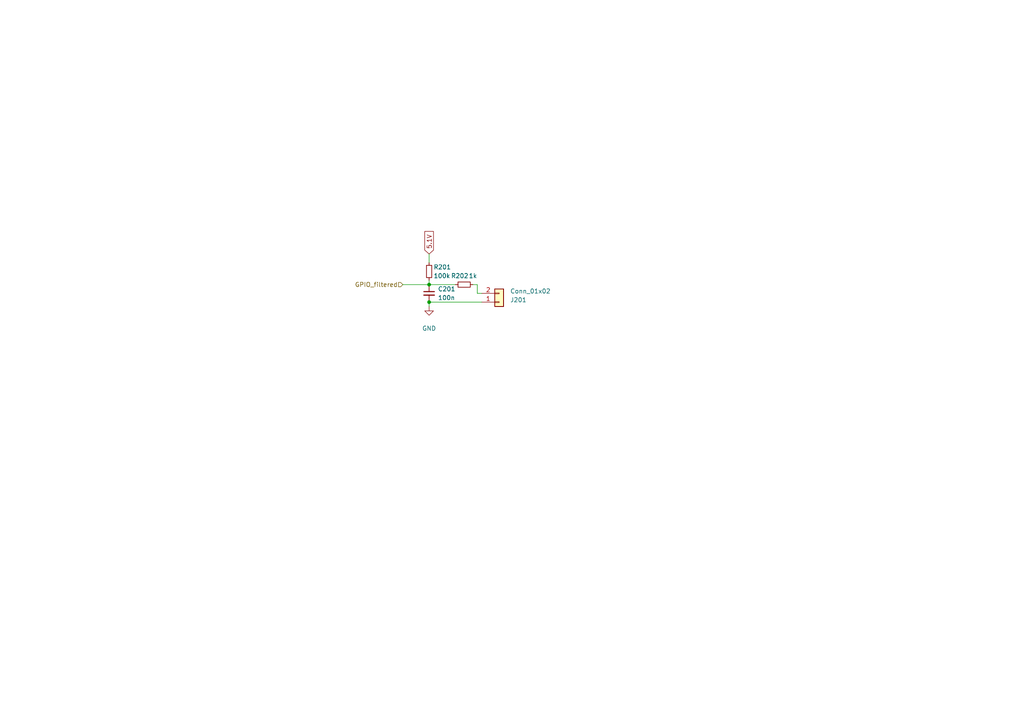
<source format=kicad_sch>
(kicad_sch (version 20230121) (generator eeschema)
  (paper "A4")
  (lib_symbols
    (symbol "Connector_Generic:Conn_01x02" (pin_names (offset 1.016) hide)
      (property "Reference" "J" (at 0 2.54 0))
      (property "Value" "Conn_01x02" (at 0 -5.08 0))
      (symbol "Conn_01x02_1_1"
        (rectangle (start -1.27 -2.413) (end 0 -2.667) (stroke (width 0.1524)))
        (rectangle (start -1.27 0.127) (end 0 -0.127) (stroke (width 0.1524)))
        (rectangle (start -1.27 1.27) (end 1.27 -3.81) (stroke (width 0.254)) (fill (type background)))
        (pin passive line (at -5.08 0 0) (length 3.81) (name "Pin_1") (number "1"))
        (pin passive line (at -5.08 -2.54 0) (length 3.81) (name "Pin_2") (number "2"))
      )
    )
    (symbol "Device:C_Small" (pin_numbers hide) (pin_names (offset 0.254) hide)
      (property "Reference" "C" (at 0.254 1.778 0))
      (property "Value" "C_Small" (at 0.254 -2.032 0))
      (symbol "C_Small_0_1"
        (polyline (pts (xy -1.524 -0.508) (xy 1.524 -0.508)) (stroke (width 0.3302)))
        (polyline (pts (xy -1.524 0.508) (xy 1.524 0.508)) (stroke (width 0.3048)))
      )
      (symbol "C_Small_1_1"
        (pin passive line (at 0 2.54 270) (length 2.032) (name "~") (number "1"))
        (pin passive line (at 0 -2.54 90) (length 2.032) (name "~") (number "2"))
      )
    )
    (symbol "Device:R_Small" (pin_numbers hide) (pin_names (offset 0.254) hide)
      (property "Reference" "R" (at 0.762 0.508 0))
      (property "Value" "R_Small" (at 0.762 -1.016 0))
      (symbol "R_Small_0_1"
        (rectangle (start -0.762 1.778) (end 0.762 -1.778) (stroke (width 0.2032)))
      )
      (symbol "R_Small_1_1"
        (pin passive line (at 0 2.54 270) (length 0.762) (name "~") (number "1"))
        (pin passive line (at 0 -2.54 90) (length 0.762) (name "~") (number "2"))
      )
    )
    (symbol "power:GND" (power) (pin_names (offset 0))
      (property "Value" "GND" (at 0 -3.81 0))
      (symbol "GND_0_1"
        (polyline (pts (xy 0 0) (xy 0 -1.27) (xy 1.27 -1.27) (xy 0 -2.54) (xy -1.27 -1.27) (xy 0 -1.27)))
      )
      (symbol "GND_1_1"
        (pin power_in line (at 0 0 270) (length 0) hide (name "GND") (number "1"))
      )
    )
  )
  (junction (at 124.46 82.55))
  (junction (at 124.46 87.63))
  (wire (pts (xy 124.46 82.55) (xy 132.08 82.55)))
  (wire (pts (xy 137.16 82.55) (xy 138.43 82.55)))
  (wire (pts (xy 124.46 81.28) (xy 124.46 82.55)))
  (wire (pts (xy 124.46 82.55) (xy 116.84 82.55)))
  (wire (pts (xy 124.46 88.9) (xy 124.46 87.63)))
  (wire (pts (xy 138.43 82.55) (xy 138.43 85.09)))
  (wire (pts (xy 139.7 87.63) (xy 124.46 87.63)))
  (wire (pts (xy 124.46 73.66) (xy 124.46 76.2)))
  (wire (pts (xy 138.43 85.09) (xy 139.7 85.09)))
  (global_label "5.1V" (shape input) (at 124.46 73.66 90) (property "Intersheetrefs" "${INTERSHEET_REFS}" (effects hide)))
  (hierarchical_label "GPIO_filtered" (shape input) (at 116.84 82.55 180))
  (symbol (lib_id "Device:C_Small") (at 124.46 85.09 0) (unit 1)
    (property "Reference" "C201" (at 127 83.8263 0) (effects (justify left)))
    (property "Value" "100n" (at 127 86.3663 0) (effects (justify left)))
    (property "Footprint" "Capacitor_SMD:C_0402_1005Metric" (effects hide))
    (instances (project "puissance" (path "" (reference "C201") (unit 1)) (path "" (reference "C301") (unit 1)) (path "" (reference "C501") (unit 1)) (path "" (reference "C401") (unit 1))))
  )
  (symbol (lib_id "Device:R_Small") (at 124.46 78.74 0) (unit 1)
    (property "Reference" "R201" (at 125.73 77.47 0) (effects (justify left)))
    (property "Value" "100k" (at 125.73 80.01 0) (effects (justify left)))
    (property "Footprint" "Resistor_SMD:R_0402_1005Metric" (effects hide))
    (instances (project "puissance" (path "" (reference "R201") (unit 1)) (path "" (reference "R301") (unit 1)) (path "" (reference "R501") (unit 1)) (path "" (reference "R401") (unit 1))))
  )
  (symbol (lib_id "power:GND") (at 124.46 88.9 0) (unit 1)
    (property "Reference" "#PWR0201" (effects hide))
    (property "Value" "GND" (at 124.46 95.25 0))
    (instances (project "puissance" (path "" (reference "#PWR0201") (unit 1)) (path "" (reference "#PWR0301") (unit 1)) (path "" (reference "#PWR0401") (unit 1)) (path "" (reference "#PWR0501") (unit 1))))
  )
  (symbol (lib_id "Connector_Generic:Conn_01x02") (at 144.78 87.63 0) (mirror x) (unit 1)
    (property "Reference" "J201" (at 147.955 86.995 0) (effects (justify left)))
    (property "Value" "Conn_01x02" (at 147.955 84.455 0) (effects (justify left)))
    (instances (project "puissance" (path "" (reference "J201") (unit 1)) (path "" (reference "J301") (unit 1)) (path "" (reference "J501") (unit 1)) (path "" (reference "J401") (unit 1))))
  )
  (symbol (lib_id "Device:R_Small") (at 134.62 82.55 90) (unit 1)
    (property "Reference" "R202" (at 133.35 80.01 90))
    (property "Value" "1k" (at 137.16 80.01 90))
    (property "Footprint" "Resistor_SMD:R_0402_1005Metric" (effects hide))
    (instances (project "puissance" (path "" (reference "R202") (unit 1)) (path "" (reference "R302") (unit 1)) (path "" (reference "R502") (unit 1)) (path "" (reference "R402") (unit 1))))
  )
)
</source>
